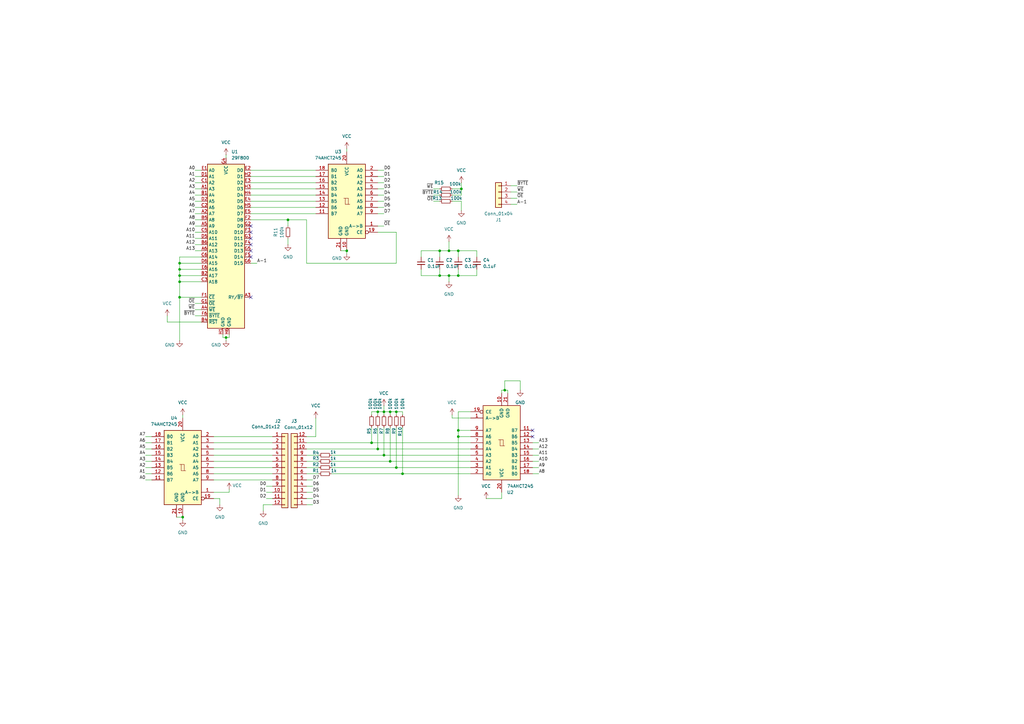
<source format=kicad_sch>
(kicad_sch (version 20231120) (generator "eeschema") (generator_version "8.0")
  (paper "A3")
  (lib_symbols
    (symbol "Connector_Generic:Conn_01x04" (pin_names (offset 1.016) hide)
      (property "Reference" "J" (at 0 5.08 0))
      (property "Value" "Conn_01x04" (at 0 -7.62 0))
      (symbol "Conn_01x04_1_1"
        (rectangle (start -1.27 -4.953) (end 0 -5.207) (stroke (width 0.1524)))
        (rectangle (start -1.27 -2.413) (end 0 -2.667) (stroke (width 0.1524)))
        (rectangle (start -1.27 0.127) (end 0 -0.127) (stroke (width 0.1524)))
        (rectangle (start -1.27 2.667) (end 0 2.413) (stroke (width 0.1524)))
        (rectangle (start -1.27 3.81) (end 1.27 -6.35) (stroke (width 0.254)) (fill (type background)))
        (pin passive line (at -5.08 2.54 0) (length 3.81) (name "Pin_1") (number "1"))
        (pin passive line (at -5.08 0 0) (length 3.81) (name "Pin_2") (number "2"))
        (pin passive line (at -5.08 -2.54 0) (length 3.81) (name "Pin_3") (number "3"))
        (pin passive line (at -5.08 -5.08 0) (length 3.81) (name "Pin_4") (number "4"))
      )
    )
    (symbol "Connector_Generic:Conn_01x12" (pin_names (offset 1.016) hide)
      (property "Reference" "J" (at 0 15.24 0))
      (property "Value" "Conn_01x12" (at 0 -17.78 0))
      (symbol "Conn_01x12_1_1"
        (rectangle (start -1.27 -15.113) (end 0 -15.367) (stroke (width 0.1524)))
        (rectangle (start -1.27 -12.573) (end 0 -12.827) (stroke (width 0.1524)))
        (rectangle (start -1.27 -10.033) (end 0 -10.287) (stroke (width 0.1524)))
        (rectangle (start -1.27 -7.493) (end 0 -7.747) (stroke (width 0.1524)))
        (rectangle (start -1.27 -4.953) (end 0 -5.207) (stroke (width 0.1524)))
        (rectangle (start -1.27 -2.413) (end 0 -2.667) (stroke (width 0.1524)))
        (rectangle (start -1.27 0.127) (end 0 -0.127) (stroke (width 0.1524)))
        (rectangle (start -1.27 2.667) (end 0 2.413) (stroke (width 0.1524)))
        (rectangle (start -1.27 5.207) (end 0 4.953) (stroke (width 0.1524)))
        (rectangle (start -1.27 7.747) (end 0 7.493) (stroke (width 0.1524)))
        (rectangle (start -1.27 10.287) (end 0 10.033) (stroke (width 0.1524)))
        (rectangle (start -1.27 12.827) (end 0 12.573) (stroke (width 0.1524)))
        (rectangle (start -1.27 13.97) (end 1.27 -16.51) (stroke (width 0.254)) (fill (type background)))
        (pin passive line (at -5.08 12.7 0) (length 3.81) (name "Pin_1") (number "1"))
        (pin passive line (at -5.08 -10.16 0) (length 3.81) (name "Pin_10") (number "10"))
        (pin passive line (at -5.08 -12.7 0) (length 3.81) (name "Pin_11") (number "11"))
        (pin passive line (at -5.08 -15.24 0) (length 3.81) (name "Pin_12") (number "12"))
        (pin passive line (at -5.08 10.16 0) (length 3.81) (name "Pin_2") (number "2"))
        (pin passive line (at -5.08 7.62 0) (length 3.81) (name "Pin_3") (number "3"))
        (pin passive line (at -5.08 5.08 0) (length 3.81) (name "Pin_4") (number "4"))
        (pin passive line (at -5.08 2.54 0) (length 3.81) (name "Pin_5") (number "5"))
        (pin passive line (at -5.08 0 0) (length 3.81) (name "Pin_6") (number "6"))
        (pin passive line (at -5.08 -2.54 0) (length 3.81) (name "Pin_7") (number "7"))
        (pin passive line (at -5.08 -5.08 0) (length 3.81) (name "Pin_8") (number "8"))
        (pin passive line (at -5.08 -7.62 0) (length 3.81) (name "Pin_9") (number "9"))
      )
    )
    (symbol "Device:C_Small" (pin_numbers hide) (pin_names (offset 0.254) hide)
      (property "Reference" "C" (at 0.254 1.778 0))
      (property "Value" "C_Small" (at 0.254 -2.032 0))
      (symbol "C_Small_0_1"
        (polyline (pts (xy -1.524 -0.508) (xy 1.524 -0.508)) (stroke (width 0.3302)))
        (polyline (pts (xy -1.524 0.508) (xy 1.524 0.508)) (stroke (width 0.3048)))
      )
      (symbol "C_Small_1_1"
        (pin passive line (at 0 2.54 270) (length 2.032) (name "~") (number "1"))
        (pin passive line (at 0 -2.54 90) (length 2.032) (name "~") (number "2"))
      )
    )
    (symbol "Device:R_Small" (pin_numbers hide) (pin_names (offset 0.254) hide)
      (property "Reference" "R" (at 0.762 0.508 0))
      (property "Value" "R_Small" (at 0.762 -1.016 0))
      (symbol "R_Small_0_1"
        (rectangle (start -0.762 1.778) (end 0.762 -1.778) (stroke (width 0.2032)))
      )
      (symbol "R_Small_1_1"
        (pin passive line (at 0 2.54 270) (length 0.762) (name "~") (number "1"))
        (pin passive line (at 0 -2.54 90) (length 0.762) (name "~") (number "2"))
      )
    )
    (symbol "ROM_Emulator:74LS245" (pin_names (offset 1.016))
      (property "Reference" "U" (at -7.62 16.51 0))
      (property "Value" "74AHCT245" (at -7.62 -16.51 0))
      (symbol "74LS245_1_0"
        (polyline (pts (xy -0.635 -1.27) (xy -0.635 1.27) (xy 0.635 1.27)))
        (polyline (pts (xy -1.27 -1.27) (xy 0.635 -1.27) (xy 0.635 1.27) (xy 1.27 1.27)))
        (pin input line (at -12.7 -10.16 0) (length 5.08) (name "A->B") (number "1"))
        (pin power_in line (at 0 -20.32 90) (length 5.08) (name "GND") (number "10"))
        (pin tri_state line (at 12.7 -5.08 180) (length 5.08) (name "B7") (number "11"))
        (pin tri_state line (at 12.7 -2.54 180) (length 5.08) (name "B6") (number "12"))
        (pin tri_state line (at 12.7 0 180) (length 5.08) (name "B5") (number "13"))
        (pin tri_state line (at 12.7 2.54 180) (length 5.08) (name "B4") (number "14"))
        (pin tri_state line (at 12.7 5.08 180) (length 5.08) (name "B3") (number "15"))
        (pin tri_state line (at 12.7 7.62 180) (length 5.08) (name "B2") (number "16"))
        (pin tri_state line (at 12.7 10.16 180) (length 5.08) (name "B1") (number "17"))
        (pin tri_state line (at 12.7 12.7 180) (length 5.08) (name "B0") (number "18"))
        (pin input inverted (at -12.7 -12.7 0) (length 5.08) (name "CE") (number "19"))
        (pin tri_state line (at -12.7 12.7 0) (length 5.08) (name "A0") (number "2"))
        (pin power_in line (at 0 20.32 270) (length 5.08) (name "VCC") (number "20"))
        (pin tri_state line (at -12.7 10.16 0) (length 5.08) (name "A1") (number "3"))
        (pin tri_state line (at -12.7 7.62 0) (length 5.08) (name "A2") (number "4"))
        (pin tri_state line (at -12.7 5.08 0) (length 5.08) (name "A3") (number "5"))
        (pin tri_state line (at -12.7 2.54 0) (length 5.08) (name "A4") (number "6"))
        (pin tri_state line (at -12.7 0 0) (length 5.08) (name "A5") (number "7"))
        (pin tri_state line (at -12.7 -2.54 0) (length 5.08) (name "A6") (number "8"))
        (pin tri_state line (at -12.7 -5.08 0) (length 5.08) (name "A7") (number "9"))
      )
      (symbol "74LS245_1_1"
        (rectangle (start -7.62 15.24) (end 7.62 -15.24) (stroke (width 0.254)) (fill (type background)))
        (pin power_in line (at 2.54 -20.32 90) (length 5.08) (name "GND") (number "21"))
      )
    )
    (symbol "power:GND" (power) (pin_numbers hide) (pin_names (offset 0) hide)
      (property "Value" "GND" (at 0 -3.81 0))
      (symbol "GND_0_1"
        (polyline (pts (xy 0 0) (xy 0 -1.27) (xy 1.27 -1.27) (xy 0 -2.54) (xy -1.27 -1.27) (xy 0 -1.27)))
      )
      (symbol "GND_1_1"
        (pin power_in line (at 0 0 270) (length 0) (name "~") (number "1"))
      )
    )
    (symbol "power:VCC" (power) (pin_numbers hide) (pin_names (offset 0) hide)
      (property "Value" "VCC" (at 0 3.556 0))
      (symbol "VCC_0_1"
        (polyline (pts (xy -0.762 1.27) (xy 0 2.54)))
        (polyline (pts (xy 0 0) (xy 0 2.54)))
        (polyline (pts (xy 0 2.54) (xy 0.762 1.27)))
      )
      (symbol "VCC_1_1"
        (pin power_in line (at 0 0 90) (length 0) (name "~") (number "1"))
      )
    )
    (symbol "sm6uax:29F800"
      (property "Reference" "U" (at -8.128 33.274 0))
      (property "Value" "29F800" (at 10.16 -30.988 0))
      (symbol "29F800_1_1"
        (rectangle (start -7.62 31.75) (end 7.62 -35.56) (stroke (width 0.254)) (fill (type background)))
        (pin input line (at -10.16 21.59 0) (length 2.54) (name "A3") (number "A1"))
        (pin input line (at -10.16 11.43 0) (length 2.54) (name "A7") (number "A2"))
        (pin input line (at 10.16 -22.86 180) (length 2.54) (name "RY/~{BY}") (number "A3"))
        (pin input line (at -10.16 -27.94 0) (length 2.54) (name "~{WE}") (number "A4"))
        (pin input line (at -10.16 6.35 0) (length 2.54) (name "A9") (number "A5"))
        (pin input line (at -10.16 -3.81 0) (length 2.54) (name "A13") (number "A6"))
        (pin input line (at -10.16 19.05 0) (length 2.54) (name "A4") (number "B1"))
        (pin input line (at -10.16 -13.97 0) (length 2.54) (name "A17") (number "B2"))
        (pin no_connect line (at 10.16 -16.51 180) (length 2.54) hide (name "NC") (number "B3"))
        (pin input line (at -10.16 -33.02 0) (length 2.54) (name "~{RST}") (number "B4"))
        (pin input line (at -10.16 8.89 0) (length 2.54) (name "A8") (number "B5"))
        (pin input line (at -10.16 -1.27 0) (length 2.54) (name "A12") (number "B6"))
        (pin input line (at -10.16 24.13 0) (length 2.54) (name "A2") (number "C1"))
        (pin input line (at -10.16 13.97 0) (length 2.54) (name "A6") (number "C2"))
        (pin input line (at -10.16 -16.51 0) (length 2.54) (name "A18") (number "C3"))
        (pin no_connect line (at 10.16 -16.51 180) (length 2.54) hide (name "NC") (number "C4"))
        (pin input line (at -10.16 3.81 0) (length 2.54) (name "A10") (number "C5"))
        (pin input line (at -10.16 -6.35 0) (length 2.54) (name "A14") (number "C6"))
        (pin input line (at -10.16 26.67 0) (length 2.54) (name "A1") (number "D1"))
        (pin input line (at -10.16 16.51 0) (length 2.54) (name "A5") (number "D2"))
        (pin no_connect line (at 10.16 -16.51 180) (length 2.54) hide (name "NC") (number "D3"))
        (pin no_connect line (at 10.16 -16.51 180) (length 2.54) hide (name "NC") (number "D4"))
        (pin input line (at -10.16 1.27 0) (length 2.54) (name "A11") (number "D5"))
        (pin input line (at -10.16 -8.89 0) (length 2.54) (name "A15") (number "D6"))
        (pin input line (at -10.16 29.21 0) (length 2.54) (name "A0") (number "E1"))
        (pin tri_state line (at 10.16 29.21 180) (length 2.54) (name "D0") (number "E2"))
        (pin tri_state line (at 10.16 24.13 180) (length 2.54) (name "D2") (number "E3"))
        (pin tri_state line (at 10.16 16.51 180) (length 2.54) (name "D5") (number "E4"))
        (pin tri_state line (at 10.16 11.43 180) (length 2.54) (name "D7") (number "E5"))
        (pin input line (at -10.16 -11.43 0) (length 2.54) (name "A16") (number "E6"))
        (pin input line (at -10.16 -22.86 0) (length 2.54) (name "~{CE}") (number "F1"))
        (pin tri_state line (at 10.16 8.89 180) (length 2.54) (name "D8") (number "F2"))
        (pin tri_state line (at 10.16 3.81 180) (length 2.54) (name "D10") (number "F3"))
        (pin tri_state line (at 10.16 -1.27 180) (length 2.54) (name "D12") (number "F4"))
        (pin tri_state line (at 10.16 -6.35 180) (length 2.54) (name "D14") (number "F5"))
        (pin input line (at -10.16 -30.48 0) (length 2.54) (name "~{BYTE}") (number "F6"))
        (pin input line (at -10.16 -25.4 0) (length 2.54) (name "~{OE}") (number "G1"))
        (pin tri_state line (at 10.16 6.35 180) (length 2.54) (name "D9") (number "G2"))
        (pin tri_state line (at 10.16 1.27 180) (length 2.54) (name "D11") (number "G3"))
        (pin power_in line (at 0 34.29 270) (length 2.54) (name "VCC") (number "G4"))
        (pin tri_state line (at 10.16 -3.81 180) (length 2.54) (name "D13") (number "G5"))
        (pin tri_state line (at 10.16 -8.89 180) (length 2.54) (name "D15") (number "G6"))
        (pin power_in line (at -1.27 -38.1 90) (length 2.54) (name "GND") (number "H1"))
        (pin tri_state line (at 10.16 26.67 180) (length 2.54) (name "D1") (number "H2"))
        (pin tri_state line (at 10.16 21.59 180) (length 2.54) (name "D3") (number "H3"))
        (pin tri_state line (at 10.16 19.05 180) (length 2.54) (name "D4") (number "H4"))
        (pin tri_state line (at 10.16 13.97 180) (length 2.54) (name "D6") (number "H5"))
        (pin power_in line (at 1.27 -38.1 90) (length 2.54) (name "GND") (number "H6"))
      )
    )
  )
  (junction (at 184.15 102.87))
  (junction (at 160.02 189.23))
  (junction (at 152.4 181.61))
  (junction (at 73.66 115.57))
  (junction (at 187.96 179.07))
  (junction (at 180.34 113.03))
  (junction (at 187.96 176.53))
  (junction (at 118.11 90.17))
  (junction (at 165.1 194.31))
  (junction (at 162.56 191.77))
  (junction (at 207.01 160.02))
  (junction (at 187.96 102.87))
  (junction (at 157.48 168.91))
  (junction (at 157.48 186.69))
  (junction (at 180.34 102.87))
  (junction (at 189.23 77.47))
  (junction (at 73.66 113.03))
  (junction (at 73.66 107.95))
  (junction (at 162.56 168.91))
  (junction (at 154.94 168.91))
  (junction (at 142.24 102.87))
  (junction (at 184.15 113.03))
  (junction (at 160.02 168.91))
  (junction (at 187.96 113.03))
  (junction (at 73.66 121.92))
  (junction (at 73.66 110.49))
  (junction (at 92.71 138.43))
  (junction (at 74.93 212.09))
  (junction (at 154.94 184.15))
  (no_connect (at 218.44 179.07))
  (no_connect (at 218.44 176.53))
  (no_connect (at 102.87 95.25))
  (no_connect (at 102.87 97.79))
  (no_connect (at 102.87 100.33))
  (no_connect (at 102.87 102.87))
  (no_connect (at 102.87 121.92))
  (no_connect (at 102.87 105.41))
  (no_connect (at 102.87 92.71))
  (wire (pts (xy 80.01 97.79) (xy 82.55 97.79)))
  (wire (pts (xy 92.71 138.43) (xy 93.98 138.43)))
  (wire (pts (xy 92.71 63.5) (xy 92.71 64.77)))
  (wire (pts (xy 199.39 204.47) (xy 205.74 204.47)))
  (wire (pts (xy 177.8 77.47) (xy 180.34 77.47)))
  (wire (pts (xy 107.95 207.01) (xy 111.76 207.01)))
  (wire (pts (xy 180.34 113.03) (xy 184.15 113.03)))
  (wire (pts (xy 177.8 82.55) (xy 180.34 82.55)))
  (wire (pts (xy 172.72 102.87) (xy 172.72 105.41)))
  (wire (pts (xy 80.01 69.85) (xy 82.55 69.85)))
  (wire (pts (xy 74.93 170.18) (xy 74.93 171.45)))
  (wire (pts (xy 185.42 77.47) (xy 189.23 77.47)))
  (wire (pts (xy 165.1 194.31) (xy 193.04 194.31)))
  (wire (pts (xy 187.96 176.53) (xy 187.96 179.07)))
  (wire (pts (xy 87.63 184.15) (xy 111.76 184.15)))
  (wire (pts (xy 102.87 80.01) (xy 129.54 80.01)))
  (wire (pts (xy 80.01 127) (xy 82.55 127)))
  (wire (pts (xy 154.94 168.91) (xy 157.48 168.91)))
  (wire (pts (xy 160.02 168.91) (xy 162.56 168.91)))
  (wire (pts (xy 160.02 175.26) (xy 160.02 189.23)))
  (wire (pts (xy 220.98 191.77) (xy 218.44 191.77)))
  (wire (pts (xy 59.69 196.85) (xy 62.23 196.85)))
  (wire (pts (xy 157.48 80.01) (xy 154.94 80.01)))
  (wire (pts (xy 102.87 82.55) (xy 129.54 82.55)))
  (wire (pts (xy 80.01 74.93) (xy 82.55 74.93)))
  (wire (pts (xy 205.74 161.29) (xy 205.74 160.02)))
  (wire (pts (xy 107.95 209.55) (xy 107.95 207.01)))
  (wire (pts (xy 125.73 179.07) (xy 129.54 179.07)))
  (wire (pts (xy 135.89 191.77) (xy 162.56 191.77)))
  (wire (pts (xy 207.01 160.02) (xy 207.01 156.21)))
  (wire (pts (xy 139.7 102.87) (xy 142.24 102.87)))
  (wire (pts (xy 172.72 113.03) (xy 180.34 113.03)))
  (wire (pts (xy 125.73 90.17) (xy 125.73 107.95)))
  (wire (pts (xy 74.93 212.09) (xy 74.93 213.36)))
  (wire (pts (xy 160.02 189.23) (xy 193.04 189.23)))
  (wire (pts (xy 80.01 129.54) (xy 82.55 129.54)))
  (wire (pts (xy 125.73 189.23) (xy 130.81 189.23)))
  (wire (pts (xy 73.66 105.41) (xy 73.66 107.95)))
  (wire (pts (xy 87.63 186.69) (xy 111.76 186.69)))
  (wire (pts (xy 162.56 191.77) (xy 193.04 191.77)))
  (wire (pts (xy 213.36 156.21) (xy 213.36 160.02)))
  (wire (pts (xy 72.39 212.09) (xy 74.93 212.09)))
  (wire (pts (xy 172.72 110.49) (xy 172.72 113.03)))
  (wire (pts (xy 212.09 78.74) (xy 209.55 78.74)))
  (wire (pts (xy 73.66 121.92) (xy 73.66 139.7)))
  (wire (pts (xy 152.4 170.18) (xy 152.4 168.91)))
  (wire (pts (xy 152.4 175.26) (xy 152.4 181.61)))
  (wire (pts (xy 142.24 102.87) (xy 142.24 104.14)))
  (wire (pts (xy 205.74 201.93) (xy 205.74 204.47)))
  (wire (pts (xy 80.01 90.17) (xy 82.55 90.17)))
  (wire (pts (xy 157.48 72.39) (xy 154.94 72.39)))
  (wire (pts (xy 185.42 171.45) (xy 193.04 171.45)))
  (wire (pts (xy 185.42 82.55) (xy 189.23 82.55)))
  (wire (pts (xy 80.01 102.87) (xy 82.55 102.87)))
  (wire (pts (xy 73.66 121.92) (xy 82.55 121.92)))
  (wire (pts (xy 102.87 72.39) (xy 129.54 72.39)))
  (wire (pts (xy 187.96 110.49) (xy 187.96 113.03)))
  (wire (pts (xy 187.96 179.07) (xy 187.96 203.2)))
  (wire (pts (xy 93.98 138.43) (xy 93.98 137.16)))
  (wire (pts (xy 157.48 168.91) (xy 160.02 168.91)))
  (wire (pts (xy 185.42 170.18) (xy 185.42 171.45)))
  (wire (pts (xy 195.58 102.87) (xy 187.96 102.87)))
  (wire (pts (xy 162.56 175.26) (xy 162.56 191.77)))
  (wire (pts (xy 195.58 105.41) (xy 195.58 102.87)))
  (wire (pts (xy 157.48 74.93) (xy 154.94 74.93)))
  (wire (pts (xy 87.63 181.61) (xy 111.76 181.61)))
  (wire (pts (xy 157.48 69.85) (xy 154.94 69.85)))
  (wire (pts (xy 80.01 95.25) (xy 82.55 95.25)))
  (wire (pts (xy 212.09 83.82) (xy 209.55 83.82)))
  (wire (pts (xy 180.34 105.41) (xy 180.34 102.87)))
  (wire (pts (xy 68.58 129.54) (xy 68.58 132.08)))
  (wire (pts (xy 105.41 107.95) (xy 102.87 107.95)))
  (wire (pts (xy 162.56 95.25) (xy 154.94 95.25)))
  (wire (pts (xy 87.63 196.85) (xy 111.76 196.85)))
  (wire (pts (xy 162.56 168.91) (xy 165.1 168.91)))
  (wire (pts (xy 157.48 82.55) (xy 154.94 82.55)))
  (wire (pts (xy 142.24 60.96) (xy 142.24 62.23)))
  (wire (pts (xy 82.55 132.08) (xy 68.58 132.08)))
  (wire (pts (xy 109.22 201.93) (xy 111.76 201.93)))
  (wire (pts (xy 125.73 181.61) (xy 152.4 181.61)))
  (wire (pts (xy 157.48 77.47) (xy 154.94 77.47)))
  (wire (pts (xy 80.01 124.46) (xy 82.55 124.46)))
  (wire (pts (xy 177.8 80.01) (xy 180.34 80.01)))
  (wire (pts (xy 118.11 90.17) (xy 125.73 90.17)))
  (wire (pts (xy 73.66 110.49) (xy 82.55 110.49)))
  (wire (pts (xy 73.66 110.49) (xy 73.66 113.03)))
  (wire (pts (xy 59.69 179.07) (xy 62.23 179.07)))
  (wire (pts (xy 184.15 113.03) (xy 184.15 115.57)))
  (wire (pts (xy 207.01 156.21) (xy 213.36 156.21)))
  (wire (pts (xy 80.01 87.63) (xy 82.55 87.63)))
  (wire (pts (xy 162.56 107.95) (xy 162.56 95.25)))
  (wire (pts (xy 90.17 204.47) (xy 90.17 207.01)))
  (wire (pts (xy 73.66 113.03) (xy 82.55 113.03)))
  (wire (pts (xy 220.98 184.15) (xy 218.44 184.15)))
  (wire (pts (xy 125.73 194.31) (xy 130.81 194.31)))
  (wire (pts (xy 102.87 90.17) (xy 118.11 90.17)))
  (wire (pts (xy 80.01 82.55) (xy 82.55 82.55)))
  (wire (pts (xy 189.23 80.01) (xy 189.23 77.47)))
  (wire (pts (xy 118.11 97.79) (xy 118.11 100.33)))
  (wire (pts (xy 73.66 107.95) (xy 82.55 107.95)))
  (wire (pts (xy 184.15 99.06) (xy 184.15 102.87)))
  (wire (pts (xy 154.94 184.15) (xy 193.04 184.15)))
  (wire (pts (xy 102.87 74.93) (xy 129.54 74.93)))
  (wire (pts (xy 187.96 105.41) (xy 187.96 102.87)))
  (wire (pts (xy 165.1 168.91) (xy 165.1 170.18)))
  (wire (pts (xy 184.15 102.87) (xy 180.34 102.87)))
  (wire (pts (xy 109.22 199.39) (xy 111.76 199.39)))
  (wire (pts (xy 128.27 199.39) (xy 125.73 199.39)))
  (wire (pts (xy 220.98 194.31) (xy 218.44 194.31)))
  (wire (pts (xy 135.89 189.23) (xy 160.02 189.23)))
  (wire (pts (xy 157.48 85.09) (xy 154.94 85.09)))
  (wire (pts (xy 135.89 194.31) (xy 165.1 194.31)))
  (wire (pts (xy 125.73 186.69) (xy 130.81 186.69)))
  (wire (pts (xy 157.48 166.37) (xy 157.48 168.91)))
  (wire (pts (xy 87.63 179.07) (xy 111.76 179.07)))
  (wire (pts (xy 220.98 186.69) (xy 218.44 186.69)))
  (wire (pts (xy 195.58 113.03) (xy 195.58 110.49)))
  (wire (pts (xy 82.55 105.41) (xy 73.66 105.41)))
  (wire (pts (xy 207.01 160.02) (xy 208.28 160.02)))
  (wire (pts (xy 208.28 160.02) (xy 208.28 161.29)))
  (wire (pts (xy 80.01 72.39) (xy 82.55 72.39)))
  (wire (pts (xy 87.63 201.93) (xy 93.98 201.93)))
  (wire (pts (xy 154.94 175.26) (xy 154.94 184.15)))
  (wire (pts (xy 165.1 175.26) (xy 165.1 194.31)))
  (wire (pts (xy 157.48 175.26) (xy 157.48 186.69)))
  (wire (pts (xy 73.66 113.03) (xy 73.66 115.57)))
  (wire (pts (xy 128.27 204.47) (xy 125.73 204.47)))
  (wire (pts (xy 154.94 168.91) (xy 154.94 170.18)))
  (wire (pts (xy 102.87 69.85) (xy 129.54 69.85)))
  (wire (pts (xy 187.96 176.53) (xy 193.04 176.53)))
  (wire (pts (xy 128.27 207.01) (xy 125.73 207.01)))
  (wire (pts (xy 129.54 179.07) (xy 129.54 171.45)))
  (wire (pts (xy 91.44 138.43) (xy 92.71 138.43)))
  (wire (pts (xy 152.4 181.61) (xy 193.04 181.61)))
  (wire (pts (xy 189.23 82.55) (xy 189.23 86.36)))
  (wire (pts (xy 125.73 191.77) (xy 130.81 191.77)))
  (wire (pts (xy 162.56 168.91) (xy 162.56 170.18)))
  (wire (pts (xy 212.09 76.2) (xy 209.55 76.2)))
  (wire (pts (xy 73.66 115.57) (xy 82.55 115.57)))
  (wire (pts (xy 220.98 181.61) (xy 218.44 181.61)))
  (wire (pts (xy 180.34 102.87) (xy 172.72 102.87)))
  (wire (pts (xy 59.69 184.15) (xy 62.23 184.15)))
  (wire (pts (xy 73.66 115.57) (xy 73.66 121.92)))
  (wire (pts (xy 152.4 168.91) (xy 154.94 168.91)))
  (wire (pts (xy 109.22 204.47) (xy 111.76 204.47)))
  (wire (pts (xy 118.11 90.17) (xy 118.11 92.71)))
  (wire (pts (xy 193.04 168.91) (xy 187.96 168.91)))
  (wire (pts (xy 212.09 81.28) (xy 209.55 81.28)))
  (wire (pts (xy 187.96 179.07) (xy 193.04 179.07)))
  (wire (pts (xy 87.63 204.47) (xy 90.17 204.47)))
  (wire (pts (xy 93.98 201.93) (xy 93.98 200.66)))
  (wire (pts (xy 125.73 184.15) (xy 154.94 184.15)))
  (wire (pts (xy 187.96 168.91) (xy 187.96 176.53)))
  (wire (pts (xy 157.48 92.71) (xy 154.94 92.71)))
  (wire (pts (xy 80.01 77.47) (xy 82.55 77.47)))
  (wire (pts (xy 187.96 113.03) (xy 195.58 113.03)))
  (wire (pts (xy 80.01 100.33) (xy 82.55 100.33)))
  (wire (pts (xy 59.69 189.23) (xy 62.23 189.23)))
  (wire (pts (xy 135.89 186.69) (xy 157.48 186.69)))
  (wire (pts (xy 128.27 201.93) (xy 125.73 201.93)))
  (wire (pts (xy 92.71 138.43) (xy 92.71 139.7)))
  (wire (pts (xy 187.96 102.87) (xy 184.15 102.87)))
  (wire (pts (xy 102.87 85.09) (xy 129.54 85.09)))
  (wire (pts (xy 157.48 168.91) (xy 157.48 170.18)))
  (wire (pts (xy 205.74 160.02) (xy 207.01 160.02)))
  (wire (pts (xy 180.34 110.49) (xy 180.34 113.03)))
  (wire (pts (xy 80.01 85.09) (xy 82.55 85.09)))
  (wire (pts (xy 185.42 80.01) (xy 189.23 80.01)))
  (wire (pts (xy 125.73 107.95) (xy 162.56 107.95)))
  (wire (pts (xy 87.63 191.77) (xy 111.76 191.77)))
  (wire (pts (xy 184.15 113.03) (xy 187.96 113.03)))
  (wire (pts (xy 59.69 181.61) (xy 62.23 181.61)))
  (wire (pts (xy 160.02 168.91) (xy 160.02 170.18)))
  (wire (pts (xy 80.01 92.71) (xy 82.55 92.71)))
  (wire (pts (xy 102.87 87.63) (xy 129.54 87.63)))
  (wire (pts (xy 87.63 194.31) (xy 111.76 194.31)))
  (wire (pts (xy 220.98 189.23) (xy 218.44 189.23)))
  (wire (pts (xy 128.27 196.85) (xy 125.73 196.85)))
  (wire (pts (xy 102.87 77.47) (xy 129.54 77.47)))
  (wire (pts (xy 87.63 189.23) (xy 111.76 189.23)))
  (wire (pts (xy 59.69 186.69) (xy 62.23 186.69)))
  (wire (pts (xy 91.44 137.16) (xy 91.44 138.43)))
  (wire (pts (xy 73.66 107.95) (xy 73.66 110.49)))
  (wire (pts (xy 189.23 74.93) (xy 189.23 77.47)))
  (wire (pts (xy 59.69 191.77) (xy 62.23 191.77)))
  (wire (pts (xy 59.69 194.31) (xy 62.23 194.31)))
  (wire (pts (xy 80.01 80.01) (xy 82.55 80.01)))
  (wire (pts (xy 157.48 87.63) (xy 154.94 87.63)))
  (wire (pts (xy 157.48 186.69) (xy 193.04 186.69)))
  (label "D3" (at 128.27 207.01 0))
  (label "~{OE}" (at 177.8 82.55 180))
  (label "A12" (at 220.98 184.15 0))
  (label "A13" (at 80.01 102.87 180))
  (label "D6" (at 128.27 199.39 0))
  (label "A3" (at 80.01 77.47 180))
  (label "A-1" (at 105.41 107.95 0))
  (label "~{BYTE}" (at 80.01 129.54 180))
  (label "A8" (at 220.98 194.31 0))
  (label "A9" (at 220.98 191.77 0))
  (label "D0" (at 157.48 69.85 0))
  (label "D1" (at 109.22 201.93 180))
  (label "D4" (at 157.48 80.01 0))
  (label "D2" (at 109.22 204.47 180))
  (label "D5" (at 157.48 82.55 0))
  (label "A4" (at 80.01 80.01 180))
  (label "A13" (at 220.98 181.61 0))
  (label "~{OE}" (at 80.01 124.46 180))
  (label "A3" (at 59.69 189.23 180))
  (label "~{OE}" (at 157.48 92.71 0))
  (label "A1" (at 59.69 194.31 180))
  (label "A6" (at 59.69 181.61 180))
  (label "A0" (at 59.69 196.85 180))
  (label "~{OE}" (at 212.09 81.28 0))
  (label "A11" (at 80.01 97.79 180))
  (label "~{WE}" (at 212.09 78.74 0))
  (label "~{WE}" (at 80.01 127 180))
  (label "~{WE}" (at 177.8 77.47 180))
  (label "A10" (at 80.01 95.25 180))
  (label "D3" (at 157.48 77.47 0))
  (label "A9" (at 80.01 92.71 180))
  (label "A11" (at 220.98 186.69 0))
  (label "A5" (at 59.69 184.15 180))
  (label "A-1" (at 212.09 83.82 0))
  (label "A2" (at 59.69 191.77 180))
  (label "A7" (at 80.01 87.63 180))
  (label "A1" (at 80.01 72.39 180))
  (label "D6" (at 157.48 85.09 0))
  (label "A6" (at 80.01 85.09 180))
  (label "D1" (at 157.48 72.39 0))
  (label "A10" (at 220.98 189.23 0))
  (label "A12" (at 80.01 100.33 180))
  (label "D5" (at 128.27 201.93 0))
  (label "~{BYTE}" (at 177.8 80.01 180))
  (label "A4" (at 59.69 186.69 180))
  (label "A5" (at 80.01 82.55 180))
  (label "D4" (at 128.27 204.47 0))
  (label "~{BYTE}" (at 212.09 76.2 0))
  (label "D0" (at 109.22 199.39 180))
  (label "A0" (at 80.01 69.85 180))
  (label "A7" (at 59.69 179.07 180))
  (label "A8" (at 80.01 90.17 180))
  (label "D2" (at 157.48 74.93 0))
  (label "D7" (at 157.48 87.63 0))
  (label "D7" (at 128.27 196.85 0))
  (label "A2" (at 80.01 74.93 180))
  (symbol (lib_id "power:GND") (at 184.15 115.57 0) (unit 1)
    (property "Reference" "#PWR018" (effects (hide yes)))
    (property "Value" "GND" (at 184.15 120.65 0))
    (property "Description" "Power symbol creates a global label with name \"GND\" , ground" (effects (hide yes)))
  )
  (symbol (lib_id "Device:R_Small") (at 162.56 172.72 180) (unit 1)
    (property "Reference" "R9" (at 161.544 176.784 90))
    (property "Value" "100k" (at 162.56 165.608 90))
    (property "Footprint" "Resistor_SMD:R_0402_1005Metric" (effects (hide yes)))
    (property "Description" "Resistor, small symbol" (effects (hide yes)))
  )
  (symbol (lib_id "power:GND") (at 90.17 207.01 0) (unit 1)
    (property "Reference" "#PWR011" (effects (hide yes)))
    (property "Value" "GND" (at 90.17 212.09 0))
    (property "Description" "Power symbol creates a global label with name \"GND\" , ground" (effects (hide yes)))
  )
  (symbol (lib_id "Device:R_Small") (at 182.88 77.47 270) (unit 1)
    (property "Reference" "R15" (at 180.086 74.93 90))
    (property "Value" "100k" (at 186.69 75.438 90))
    (property "Footprint" "Resistor_SMD:R_0402_1005Metric" (effects (hide yes)))
    (property "Description" "Resistor, small symbol" (effects (hide yes)))
  )
  (symbol (lib_id "ROM_Emulator:74LS245") (at 205.74 181.61 0) (mirror x) (unit 1)
    (property "Reference" "U2" (at 207.9341 201.93 0) (effects (justify left)))
    (property "Value" "74AHCT245" (at 207.9341 199.39 0) (effects (justify left)))
    (property "Footprint" "Package_DFN_QFN:WQFN-20-1EP_2.5x4.5mm_P0.5mm_EP1x2.9mm" (effects (hide yes)))
    (property "Datasheet" "http://www.ti.com/lit/gpn/sn74LS245" (effects (hide yes)))
    (property "Description" "Octal BUS Transceivers, 3-State outputs" (effects (hide yes)))
  )
  (symbol (lib_id "power:VCC") (at 142.24 60.96 0) (unit 1)
    (property "Reference" "#PWR016" (effects (hide yes)))
    (property "Value" "VCC" (at 142.24 55.88 0))
    (property "Description" "Power symbol creates a global label with name \"VCC\"" (effects (hide yes)))
  )
  (symbol (lib_id "Device:R_Small") (at 160.02 172.72 180) (unit 1)
    (property "Reference" "R8" (at 159.004 176.784 90))
    (property "Value" "100k" (at 160.02 165.608 90))
    (property "Footprint" "Resistor_SMD:R_0402_1005Metric" (effects (hide yes)))
    (property "Description" "Resistor, small symbol" (effects (hide yes)))
  )
  (symbol (lib_id "Device:R_Small") (at 182.88 80.01 270) (unit 1)
    (property "Reference" "R14" (at 179.578 78.74 90))
    (property "Value" "100k" (at 186.944 78.74 90))
    (property "Footprint" "Resistor_SMD:R_0402_1005Metric" (effects (hide yes)))
    (property "Description" "Resistor, small symbol" (effects (hide yes)))
  )
  (symbol (lib_id "power:VCC") (at 157.48 166.37 0) (unit 1)
    (property "Reference" "#PWR05" (effects (hide yes)))
    (property "Value" "VCC" (at 157.48 161.29 0))
    (property "Description" "Power symbol creates a global label with name \"VCC\"" (effects (hide yes)))
  )
  (symbol (lib_id "Device:R_Small") (at 152.4 172.72 180) (unit 1)
    (property "Reference" "R5" (at 151.384 176.784 90))
    (property "Value" "100k" (at 151.892 165.608 90))
    (property "Footprint" "Resistor_SMD:R_0402_1005Metric" (effects (hide yes)))
    (property "Description" "Resistor, small symbol" (effects (hide yes)))
  )
  (symbol (lib_id "power:GND") (at 107.95 209.55 0) (unit 1)
    (property "Reference" "#PWR010" (effects (hide yes)))
    (property "Value" "GND" (at 107.95 214.63 0))
    (property "Description" "Power symbol creates a global label with name \"GND\" , ground" (effects (hide yes)))
  )
  (symbol (lib_id "Device:R_Small") (at 133.35 189.23 90) (unit 1)
    (property "Reference" "R3" (at 129.54 187.96 90))
    (property "Value" "1k" (at 136.652 187.96 90))
    (property "Footprint" "Resistor_SMD:R_0402_1005Metric" (effects (hide yes)))
    (property "Description" "Resistor, small symbol" (effects (hide yes)))
  )
  (symbol (lib_id "power:GND") (at 73.66 139.7 0) (unit 1)
    (property "Reference" "#PWR022" (effects (hide yes)))
    (property "Value" "GND" (at 69.596 141.478 0))
    (property "Description" "Power symbol creates a global label with name \"GND\" , ground" (effects (hide yes)))
  )
  (symbol (lib_id "Device:R_Small") (at 133.35 194.31 90) (unit 1)
    (property "Reference" "R1" (at 129.54 193.04 90))
    (property "Value" "1k" (at 136.906 193.04 90))
    (property "Footprint" "Resistor_SMD:R_0402_1005Metric" (effects (hide yes)))
    (property "Description" "Resistor, small symbol" (effects (hide yes)))
  )
  (symbol (lib_id "power:GND") (at 189.23 86.36 0) (unit 1)
    (property "Reference" "#PWR08" (effects (hide yes)))
    (property "Value" "GND" (at 189.23 91.44 0))
    (property "Description" "Power symbol creates a global label with name \"GND\" , ground" (effects (hide yes)))
  )
  (symbol (lib_id "ROM_Emulator:74LS245") (at 142.24 82.55 0) (mirror y) (unit 1)
    (property "Reference" "U3" (at 140.0459 62.23 0) (effects (justify left)))
    (property "Value" "74AHCT245" (at 140.0459 64.77 0) (effects (justify left)))
    (property "Footprint" "Package_DFN_QFN:WQFN-20-1EP_2.5x4.5mm_P0.5mm_EP1x2.9mm" (effects (hide yes)))
    (property "Datasheet" "http://www.ti.com/lit/gpn/sn74LS245" (effects (hide yes)))
    (property "Description" "Octal BUS Transceivers, 3-State outputs" (effects (hide yes)))
  )
  (symbol (lib_id "power:VCC") (at 93.98 200.66 0) (unit 1)
    (property "Reference" "#PWR012" (effects (hide yes)))
    (property "Value" "VCC" (at 97.282 199.136 0))
    (property "Description" "Power symbol creates a global label with name \"VCC\"" (effects (hide yes)))
  )
  (symbol (lib_id "Connector_Generic:Conn_01x04") (at 204.47 78.74 0) (mirror y) (unit 1)
    (property "Reference" "J1" (at 204.47 90.17 0))
    (property "Value" "Conn_01x04" (at 204.47 87.63 0))
    (property "Footprint" "Connector_PinHeader_2.54mm:PinHeader_1x04_P2.54mm_Vertical" (effects (hide yes)))
    (property "Description" "Generic connector, single row, 01x04, script generated (kicad-library-utils/schlib/autogen/connector/)" (effects (hide yes)))
  )
  (symbol (lib_id "Device:C_Small") (at 172.72 107.95 0) (unit 1)
    (property "Reference" "C1" (at 175.26 106.6862 0) (effects (justify left)))
    (property "Value" "0.1uF" (at 175.26 109.2262 0) (effects (justify left)))
    (property "Footprint" "Capacitor_SMD:C_0402_1005Metric" (effects (hide yes)))
    (property "Description" "Unpolarized capacitor, small symbol" (effects (hide yes)))
  )
  (symbol (lib_id "power:VCC") (at 185.42 170.18 0) (unit 1)
    (property "Reference" "#PWR06" (effects (hide yes)))
    (property "Value" "VCC" (at 185.42 165.1 0))
    (property "Description" "Power symbol creates a global label with name \"VCC\"" (effects (hide yes)))
  )
  (symbol (lib_id "power:GND") (at 142.24 104.14 0) (unit 1)
    (property "Reference" "#PWR017" (effects (hide yes)))
    (property "Value" "GND" (at 138.176 105.918 0))
    (property "Description" "Power symbol creates a global label with name \"GND\" , ground" (effects (hide yes)))
  )
  (symbol (lib_id "Device:R_Small") (at 133.35 186.69 90) (unit 1)
    (property "Reference" "R4" (at 129.54 185.674 90))
    (property "Value" "1k" (at 136.652 185.42 90))
    (property "Footprint" "Resistor_SMD:R_0402_1005Metric" (effects (hide yes)))
    (property "Description" "Resistor, small symbol" (effects (hide yes)))
  )
  (symbol (lib_id "power:VCC") (at 92.71 63.5 0) (unit 1)
    (property "Reference" "#PWR021" (effects (hide yes)))
    (property "Value" "VCC" (at 92.71 58.42 0))
    (property "Description" "Power symbol creates a global label with name \"VCC\"" (effects (hide yes)))
  )
  (symbol (lib_id "Device:C_Small") (at 187.96 107.95 0) (unit 1)
    (property "Reference" "C3" (at 190.5 106.6862 0) (effects (justify left)))
    (property "Value" "0.1uF" (at 190.5 109.2262 0) (effects (justify left)))
    (property "Footprint" "Capacitor_SMD:C_0402_1005Metric" (effects (hide yes)))
    (property "Description" "Unpolarized capacitor, small symbol" (effects (hide yes)))
  )
  (symbol (lib_id "power:VCC") (at 74.93 170.18 0) (unit 1)
    (property "Reference" "#PWR013" (effects (hide yes)))
    (property "Value" "VCC" (at 74.93 165.1 0))
    (property "Description" "Power symbol creates a global label with name \"VCC\"" (effects (hide yes)))
  )
  (symbol (lib_id "power:VCC") (at 68.58 129.54 0) (unit 1)
    (property "Reference" "#PWR04" (effects (hide yes)))
    (property "Value" "VCC" (at 68.58 124.46 0))
    (property "Description" "Power symbol creates a global label with name \"VCC\"" (effects (hide yes)))
  )
  (symbol (lib_id "Device:C_Small") (at 180.34 107.95 0) (unit 1)
    (property "Reference" "C2" (at 182.88 106.6862 0) (effects (justify left)))
    (property "Value" "0.1uF" (at 182.88 109.2262 0) (effects (justify left)))
    (property "Footprint" "Capacitor_SMD:C_0402_1005Metric" (effects (hide yes)))
    (property "Description" "Unpolarized capacitor, small symbol" (effects (hide yes)))
  )
  (symbol (lib_id "Connector_Generic:Conn_01x12") (at 116.84 191.77 0) (unit 1)
    (property "Reference" "J2" (at 112.776 172.72 0) (effects (justify left)))
    (property "Value" "Conn_01x12" (at 103.124 175.006 0) (effects (justify left)))
    (property "Footprint" "Connector_PinHeader_2.54mm:PinHeader_1x12_P2.54mm_Vertical" (effects (hide yes)))
    (property "Description" "Generic connector, single row, 01x12, script generated (kicad-library-utils/schlib/autogen/connector/)" (effects (hide yes)))
  )
  (symbol (lib_id "ROM_Emulator:74LS245") (at 74.93 191.77 0) (mirror y) (unit 1)
    (property "Reference" "U4" (at 72.7359 171.45 0) (effects (justify left)))
    (property "Value" "74AHCT245" (at 72.7359 173.99 0) (effects (justify left)))
    (property "Footprint" "Package_DFN_QFN:WQFN-20-1EP_2.5x4.5mm_P0.5mm_EP1x2.9mm" (effects (hide yes)))
    (property "Datasheet" "http://www.ti.com/lit/gpn/sn74LS245" (effects (hide yes)))
    (property "Description" "Octal BUS Transceivers, 3-State outputs" (effects (hide yes)))
  )
  (symbol (lib_id "power:GND") (at 92.71 139.7 0) (unit 1)
    (property "Reference" "#PWR020" (effects (hide yes)))
    (property "Value" "GND" (at 88.646 141.478 0))
    (property "Description" "Power symbol creates a global label with name \"GND\" , ground" (effects (hide yes)))
  )
  (symbol (lib_id "power:GND") (at 74.93 213.36 0) (unit 1)
    (property "Reference" "#PWR014" (effects (hide yes)))
    (property "Value" "GND" (at 74.93 218.44 0))
    (property "Description" "Power symbol creates a global label with name \"GND\" , ground" (effects (hide yes)))
  )
  (symbol (lib_id "sm6uax:29F800") (at 92.71 99.06 0) (unit 1)
    (property "Reference" "U1" (at 94.9041 62.23 0) (effects (justify left)))
    (property "Value" "29F800" (at 94.9041 64.77 0) (effects (justify left)))
    (property "Footprint" "ROM_Emulator:BGA-48_6.0x8.0mm_Layout6x8_P0.8mm" (effects (hide yes)))
    (property "Datasheet" "https://www.mouser.se/datasheet/2/819/MX29F800C_T_B_2c_5V_2c_8Mb_2c_v1_3-3370986.pdf" (effects (hide yes)))
    (property "Description" "MX29F800" (effects (hide yes)))
  )
  (symbol (lib_id "power:VCC") (at 129.54 171.45 0) (unit 1)
    (property "Reference" "#PWR09" (effects (hide yes)))
    (property "Value" "VCC" (at 129.54 166.37 0))
    (property "Description" "Power symbol creates a global label with name \"VCC\"" (effects (hide yes)))
  )
  (symbol (lib_id "Device:R_Small") (at 182.88 82.55 270) (unit 1)
    (property "Reference" "R13" (at 179.324 81.28 90))
    (property "Value" "100k" (at 187.198 81.28 90))
    (property "Footprint" "Resistor_SMD:R_0402_1005Metric" (effects (hide yes)))
    (property "Description" "Resistor, small symbol" (effects (hide yes)))
  )
  (symbol (lib_id "power:GND") (at 213.36 160.02 0) (unit 1)
    (property "Reference" "#PWR015" (effects (hide yes)))
    (property "Value" "GND" (at 213.36 165.1 0))
    (property "Description" "Power symbol creates a global label with name \"GND\" , ground" (effects (hide yes)))
  )
  (symbol (lib_id "Connector_Generic:Conn_01x12") (at 120.65 194.31 180) (unit 1)
    (property "Reference" "J3" (at 120.65 172.72 0))
    (property "Value" "Conn_01x12" (at 122.428 175.26 0))
    (property "Footprint" "Connector_PinHeader_2.54mm:PinHeader_1x12_P2.54mm_Vertical" (effects (hide yes)))
    (property "Description" "Generic connector, single row, 01x12, script generated (kicad-library-utils/schlib/autogen/connector/)" (effects (hide yes)))
  )
  (symbol (lib_id "Device:R_Small") (at 165.1 172.72 180) (unit 1)
    (property "Reference" "R10" (at 164.084 177.038 90))
    (property "Value" "100k" (at 165.1 165.608 90))
    (property "Footprint" "Resistor_SMD:R_0402_1005Metric" (effects (hide yes)))
    (property "Description" "Resistor, small symbol" (effects (hide yes)))
  )
  (symbol (lib_id "Device:C_Small") (at 195.58 107.95 0) (unit 1)
    (property "Reference" "C4" (at 198.12 106.6862 0) (effects (justify left)))
    (property "Value" "0.1uF" (at 198.12 109.2262 0) (effects (justify left)))
    (property "Footprint" "Capacitor_SMD:C_0402_1005Metric" (effects (hide yes)))
    (property "Description" "Unpolarized capacitor, small symbol" (effects (hide yes)))
  )
  (symbol (lib_id "power:GND") (at 187.96 203.2 0) (unit 1)
    (property "Reference" "#PWR01" (effects (hide yes)))
    (property "Value" "GND" (at 187.96 208.28 0))
    (property "Description" "Power symbol creates a global label with name \"GND\" , ground" (effects (hide yes)))
  )
  (symbol (lib_id "Device:R_Small") (at 157.48 172.72 180) (unit 1)
    (property "Reference" "R7" (at 156.464 176.784 90))
    (property "Value" "100k" (at 155.702 165.608 90))
    (property "Footprint" "Resistor_SMD:R_0402_1005Metric" (effects (hide yes)))
    (property "Description" "Resistor, small symbol" (effects (hide yes)))
  )
  (symbol (lib_id "Device:R_Small") (at 133.35 191.77 90) (unit 1)
    (property "Reference" "R2" (at 129.54 190.5 90))
    (property "Value" "1k" (at 136.652 190.5 90))
    (property "Footprint" "Resistor_SMD:R_0402_1005Metric" (effects (hide yes)))
    (property "Description" "Resistor, small symbol" (effects (hide yes)))
  )
  (symbol (lib_id "Device:R_Small") (at 118.11 95.25 180) (unit 1)
    (property "Reference" "R11" (at 113.03 95.25 90))
    (property "Value" "100k" (at 115.57 95.25 90))
    (property "Footprint" "Resistor_SMD:R_0402_1005Metric" (effects (hide yes)))
    (property "Description" "Resistor, small symbol" (effects (hide yes)))
  )
  (symbol (lib_id "Device:R_Small") (at 154.94 172.72 180) (unit 1)
    (property "Reference" "R6" (at 153.924 176.784 90))
    (property "Value" "100k" (at 153.924 165.608 90))
    (property "Footprint" "Resistor_SMD:R_0402_1005Metric" (effects (hide yes)))
    (property "Description" "Resistor, small symbol" (effects (hide yes)))
  )
  (symbol (lib_id "power:GND") (at 118.11 100.33 0) (unit 1)
    (property "Reference" "#PWR03" (effects (hide yes)))
    (property "Value" "GND" (at 118.11 105.41 0))
    (property "Description" "Power symbol creates a global label with name \"GND\" , ground" (effects (hide yes)))
  )
  (symbol (lib_id "power:VCC") (at 199.39 204.47 0) (unit 1)
    (property "Reference" "#PWR02" (effects (hide yes)))
    (property "Value" "VCC" (at 199.39 199.39 0))
    (property "Description" "Power symbol creates a global label with name \"VCC\"" (effects (hide yes)))
  )
  (symbol (lib_id "power:VCC") (at 189.23 74.93 0) (unit 1)
    (property "Reference" "#PWR07" (effects (hide yes)))
    (property "Value" "VCC" (at 189.23 69.85 0))
    (property "Description" "Power symbol creates a global label with name \"VCC\"" (effects (hide yes)))
  )
  (symbol (lib_id "power:VCC") (at 184.15 99.06 0) (unit 1)
    (property "Reference" "#PWR019" (effects (hide yes)))
    (property "Value" "VCC" (at 184.15 93.98 0))
    (property "Description" "Power symbol creates a global label with name \"VCC\"" (effects (hide yes)))
  )
)
</source>
